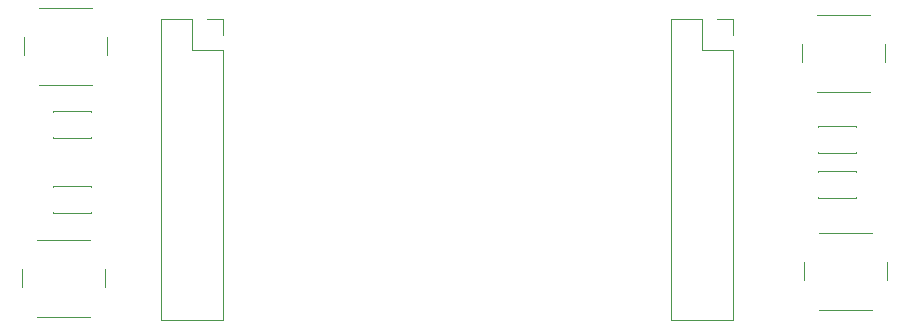
<source format=gbr>
G04 #@! TF.GenerationSoftware,KiCad,Pcbnew,5.1.5+dfsg1-2build2*
G04 #@! TF.CreationDate,2021-05-05T08:41:13-03:00*
G04 #@! TF.ProjectId,prototyping_buttons_daughterboard,70726f74-6f74-4797-9069-6e675f627574,rev?*
G04 #@! TF.SameCoordinates,Original*
G04 #@! TF.FileFunction,Legend,Top*
G04 #@! TF.FilePolarity,Positive*
%FSLAX46Y46*%
G04 Gerber Fmt 4.6, Leading zero omitted, Abs format (unit mm)*
G04 Created by KiCad (PCBNEW 5.1.5+dfsg1-2build2) date 2021-05-05 08:41:13*
%MOMM*%
%LPD*%
G04 APERTURE LIST*
%ADD10C,0.120000*%
G04 APERTURE END LIST*
D10*
X129547200Y-52010000D02*
X130877200Y-52010000D01*
X130877200Y-52010000D02*
X130877200Y-53340000D01*
X128277200Y-52010000D02*
X128277200Y-54610000D01*
X128277200Y-54610000D02*
X130877200Y-54610000D01*
X130877200Y-54610000D02*
X130877200Y-77530000D01*
X125677200Y-77530000D02*
X130877200Y-77530000D01*
X125677200Y-52010000D02*
X125677200Y-77530000D01*
X125677200Y-52010000D02*
X128277200Y-52010000D01*
X86360000Y-52010000D02*
X87690000Y-52010000D01*
X87690000Y-52010000D02*
X87690000Y-53340000D01*
X85090000Y-52010000D02*
X85090000Y-54610000D01*
X85090000Y-54610000D02*
X87690000Y-54610000D01*
X87690000Y-54610000D02*
X87690000Y-77530000D01*
X82490000Y-77530000D02*
X87690000Y-77530000D01*
X82490000Y-52010000D02*
X82490000Y-77530000D01*
X82490000Y-52010000D02*
X85090000Y-52010000D01*
X143910000Y-74120000D02*
X143910000Y-72620000D01*
X142660000Y-70120000D02*
X138160000Y-70120000D01*
X136910000Y-72620000D02*
X136910000Y-74120000D01*
X138160000Y-76620000D02*
X142660000Y-76620000D01*
X136760000Y-54150000D02*
X136760000Y-55650000D01*
X138010000Y-58150000D02*
X142510000Y-58150000D01*
X143760000Y-55650000D02*
X143760000Y-54150000D01*
X142510000Y-51650000D02*
X138010000Y-51650000D01*
X70720000Y-73200000D02*
X70720000Y-74700000D01*
X71970000Y-77200000D02*
X76470000Y-77200000D01*
X77720000Y-74700000D02*
X77720000Y-73200000D01*
X76470000Y-70700000D02*
X71970000Y-70700000D01*
X77870000Y-55070000D02*
X77870000Y-53570000D01*
X76620000Y-51070000D02*
X72120000Y-51070000D01*
X70870000Y-53570000D02*
X70870000Y-55070000D01*
X72120000Y-57570000D02*
X76620000Y-57570000D01*
X141340000Y-67095000D02*
X141340000Y-67160000D01*
X141340000Y-64920000D02*
X141340000Y-64985000D01*
X138100000Y-67095000D02*
X138100000Y-67160000D01*
X138100000Y-64920000D02*
X138100000Y-64985000D01*
X138100000Y-67160000D02*
X141340000Y-67160000D01*
X138100000Y-64920000D02*
X141340000Y-64920000D01*
X138100000Y-61175000D02*
X138100000Y-61110000D01*
X138100000Y-63350000D02*
X138100000Y-63285000D01*
X141340000Y-61175000D02*
X141340000Y-61110000D01*
X141340000Y-63350000D02*
X141340000Y-63285000D01*
X141340000Y-61110000D02*
X138100000Y-61110000D01*
X141340000Y-63350000D02*
X138100000Y-63350000D01*
X73330000Y-66255000D02*
X73330000Y-66190000D01*
X73330000Y-68430000D02*
X73330000Y-68365000D01*
X76570000Y-66255000D02*
X76570000Y-66190000D01*
X76570000Y-68430000D02*
X76570000Y-68365000D01*
X76570000Y-66190000D02*
X73330000Y-66190000D01*
X76570000Y-68430000D02*
X73330000Y-68430000D01*
X76530000Y-62015000D02*
X76530000Y-62080000D01*
X76530000Y-59840000D02*
X76530000Y-59905000D01*
X73290000Y-62015000D02*
X73290000Y-62080000D01*
X73290000Y-59840000D02*
X73290000Y-59905000D01*
X73290000Y-62080000D02*
X76530000Y-62080000D01*
X73290000Y-59840000D02*
X76530000Y-59840000D01*
M02*

</source>
